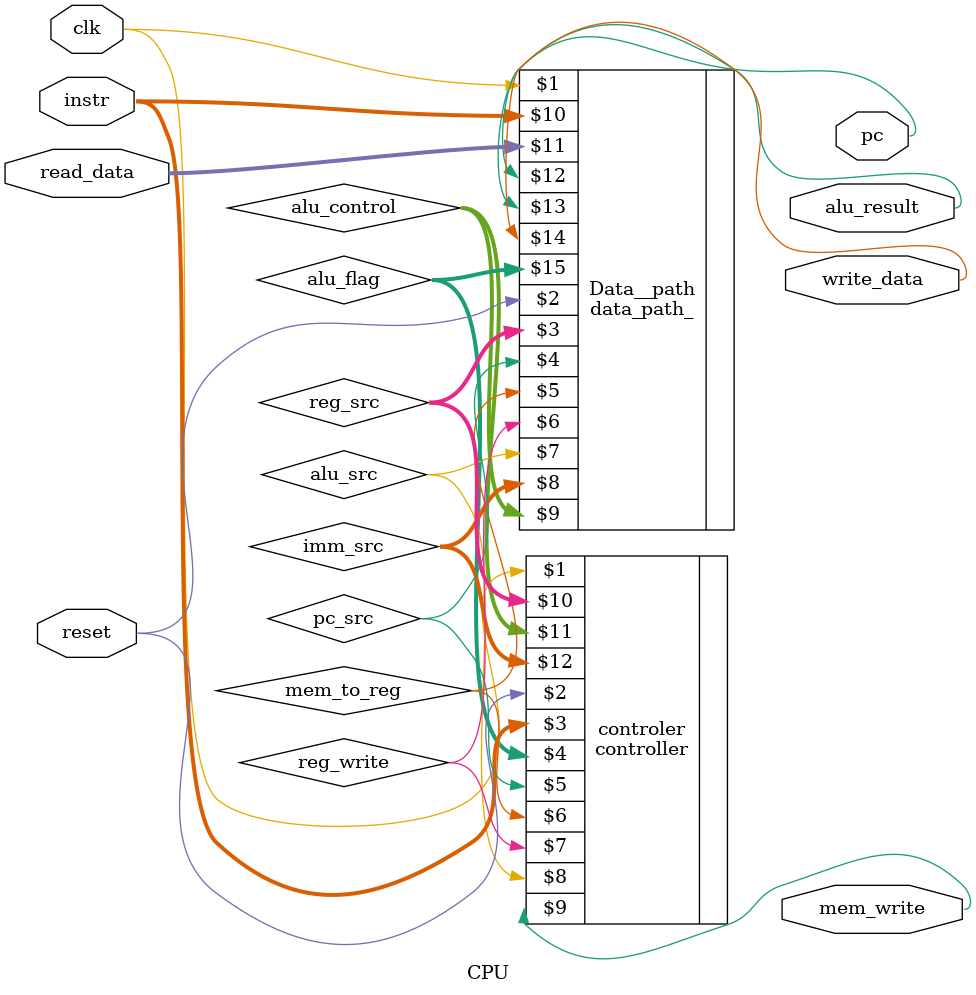
<source format=v>
`timescale 1ns / 1ps


module CPU(input clk , reset ,
input [31:0]instr , read_data,
output pc, alu_result,write_data,
output mem_write
    );
    wire [1:0] reg_src, imm_src,alu_control;
    wire  pc_src,mem_to_reg,reg_write,alu_src;
    wire [3:0]alu_flag;
    
    data_path_ Data__path(clk,reset ,reg_src, pc_src,mem_to_reg,reg_write,alu_src,
imm_src,alu_control,instr,read_data,pc,alu_result,write_data,
 alu_flag);
 
 controller controler( clk, reset,
  instr,alu_flag, pc_src,mem_to_reg,reg_write,alu_src,mem_write,
reg_src,alu_control,imm_src);
    
endmodule

</source>
